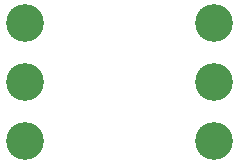
<source format=gbs>
G04*
G04 #@! TF.GenerationSoftware,Altium Limited,CircuitStudio,1.5.2 (30)*
G04*
G04 Layer_Color=9406343*
%FSLAX24Y24*%
%MOIN*%
G70*
G01*
G75*
%ADD28C,0.1261*%
D28*
X378740Y353150D02*
D03*
X372441D02*
D03*
X378740Y351181D02*
D03*
X372441D02*
D03*
X378740Y355118D02*
D03*
X372441D02*
D03*
M02*

</source>
